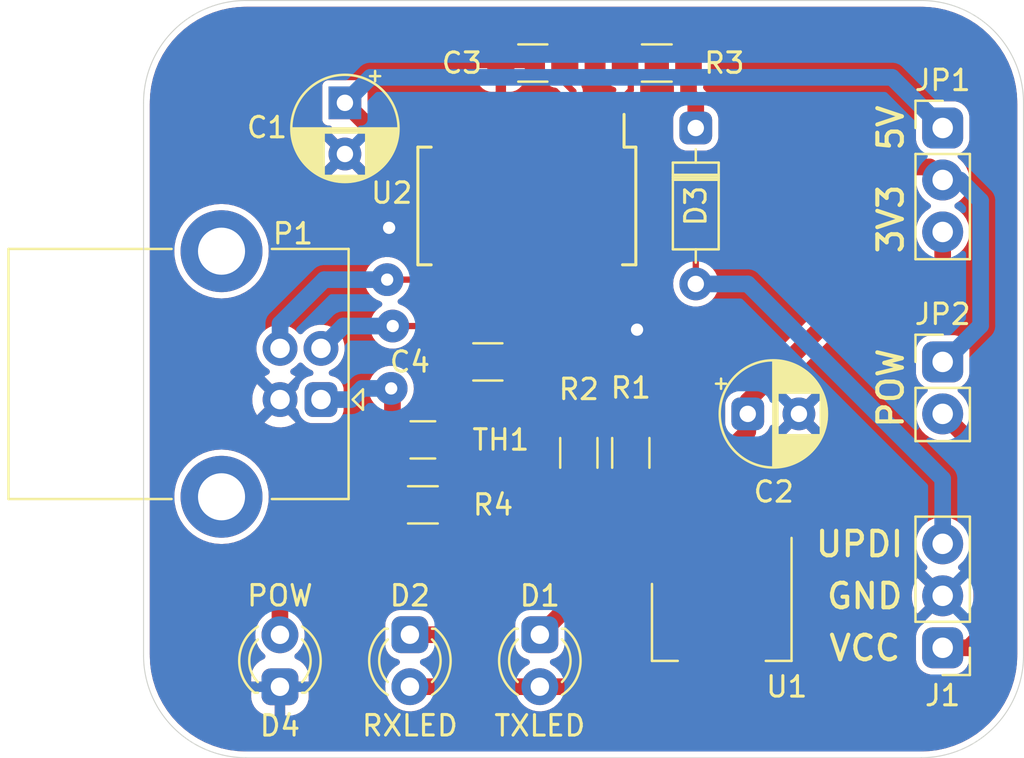
<source format=kicad_pcb>
(kicad_pcb (version 20211014) (generator pcbnew)
  (layers (0 "F.Cu" signal) (31 "B.Cu" signal) (34 "B.Paste" user) (35 "F.Paste" user) (36 "B.SilkS" user "B.Silkscreen") (37 "F.SilkS" user "F.Silkscreen") (38 "B.Mask" user) (39 "F.Mask" user) (44 "Edge.Cuts" user))
  (net 0 "")
  (net 1 "VUSB")
  (net 2 "GND")
  (net 3 "VIO")
  (net 4 "TX")
  (net 5 "D-")
  (net 6 "D+")
  (net 7 "+3V3")
  (net 8 "Net-(R1-Pad1)")
  (net 9 "Net-(D1-Pad1)")
  (net 10 "Net-(D2-Pad1)")
  (net 12 "Net-(R2-Pad1)")
  (net 13 "Net-(D3-Pad1)")
  (net 16 "RX")
  (net 28 "Net-(J1-Pad1)")
  (net 29 "Net-(P1-Pad1)")
  (net 30 "Net-(D4-Pad2)")
  (footprint "Fuse:Fuse_1206_3216Metric_Pad1.42x1.75mm_HandSolder" (layer "F.Cu") (at 120.65 77.47 180)
    (fp_text reference "TH1" (at -3.81 0) (layer "F.SilkS"))
    (fp_text value "500mA")
    (fp_line (start -0.602064 -0.91) (end 0.602064 -0.91) (layer "F.SilkS") (width 0.12))
    (fp_line (start -0.602064 0.91) (end 0.602064 0.91) (layer "F.SilkS") (width 0.12))
    (pad "1" smd roundrect (at -1.4875 0 180) (size 1.425 1.75) (layers "F.Cu" "F.Paste" "F.Mask") (roundrect_rratio 0.1754392982) (net 1 "VUSB"))
    (pad "2" smd roundrect (at 1.4875 0 180) (size 1.425 1.75) (layers "F.Cu" "F.Paste" "F.Mask") (roundrect_rratio 0.1754392982) (net 29 "Net-(P1-Pad1)"))
  )
  (footprint "Resistor_SMD:R_1206_3216Metric_Pad1.30x1.75mm_HandSolder" (layer "F.Cu") (at 132.08 59.055 180)
    (fp_text reference "R3" (at -3.302 0 180) (layer "F.SilkS"))
    (fp_text value "470")
    (fp_line (start -0.727064 0.91) (end 0.727064 0.91) (layer "F.SilkS") (width 0.12))
    (fp_line (start -0.727064 -0.91) (end 0.727064 -0.91) (layer "F.SilkS") (width 0.12))
    (pad "1" smd roundrect (at -1.55 0 180) (size 1.3 1.75) (layers "F.Cu" "F.Paste" "F.Mask") (roundrect_rratio 0.1923076923) (net 13 "Net-(D3-Pad1)"))
    (pad "2" smd roundrect (at 1.55 0 180) (size 1.3 1.75) (layers "F.Cu" "F.Paste" "F.Mask") (roundrect_rratio 0.1923076923) (net 4 "TX"))
  )
  (footprint "Resistor_SMD:R_1206_3216Metric_Pad1.30x1.75mm_HandSolder" (layer "F.Cu") (at 130.81 78.105 -90)
    (fp_text reference "R1" (at -3.175 0) (layer "F.SilkS"))
    (fp_text value "220")
    (fp_line (start -0.727064 0.91) (end 0.727064 0.91) (layer "F.SilkS") (width 0.12))
    (fp_line (start -0.727064 -0.91) (end 0.727064 -0.91) (layer "F.SilkS") (width 0.12))
    (pad "1" smd roundrect (at -1.55 0 270) (size 1.3 1.75) (layers "F.Cu" "F.Paste" "F.Mask") (roundrect_rratio 0.1923076923) (net 8 "Net-(R1-Pad1)"))
    (pad "2" smd roundrect (at 1.55 0 270) (size 1.3 1.75) (layers "F.Cu" "F.Paste" "F.Mask") (roundrect_rratio 0.1923076923) (net 9 "Net-(D1-Pad1)"))
  )
  (footprint "Capacitor_SMD:C_1206_3216Metric_Pad1.33x1.80mm_HandSolder" (layer "F.Cu") (at 126.0225 59.055 180)
    (fp_text reference "C3" (at 3.4675 0 180) (layer "F.SilkS"))
    (fp_text value "100n")
    (fp_line (start -0.711252 -0.91) (end 0.711252 -0.91) (layer "F.SilkS") (width 0.12))
    (fp_line (start -0.711252 0.91) (end 0.711252 0.91) (layer "F.SilkS") (width 0.12))
    (pad "1" smd roundrect (at -1.5625 0 180) (size 1.325 1.8) (layers "F.Cu" "F.Paste" "F.Mask") (roundrect_rratio 0.1886792453) (net 3 "VIO"))
    (pad "2" smd roundrect (at 1.5625 0 180) (size 1.325 1.8) (layers "F.Cu" "F.Paste" "F.Mask") (roundrect_rratio 0.1886792453) (net 2 "GND"))
  )
  (footprint "Connector_PinHeader_2.54mm:PinHeader_1x03_P2.54mm_Vertical" (layer "F.Cu") (at 146.05 62.23)
    (fp_text reference "JP1" (at 0 -2.33) (layer "F.SilkS"))
    (fp_text value "LVL")
    (fp_line (start -1.33 1.27) (end 1.33 1.27) (layer "F.SilkS") (width 0.12))
    (fp_line (start -1.33 1.27) (end -1.33 6.41) (layer "F.SilkS") (width 0.12))
    (fp_line (start -1.33 6.41) (end 1.33 6.41) (layer "F.SilkS") (width 0.12))
    (fp_line (start -1.33 0) (end -1.33 -1.33) (layer "F.SilkS") (width 0.12))
    (fp_line (start -1.33 -1.33) (end 0 -1.33) (layer "F.SilkS") (width 0.12))
    (fp_line (start 1.33 1.27) (end 1.33 6.41) (layer "F.SilkS") (width 0.12))
    (pad "1" thru_hole roundrect (at 0 0) (size 2 2) (drill 1) (layers *.Cu *.Mask) (net 1 "VUSB"))
    (pad "2" thru_hole circle (at 0 2.54) (size 2 2) (drill 1) (layers *.Cu *.Mask) (net 3 "VIO"))
    (pad "3" thru_hole circle (at 0 5.08) (size 2 2) (drill 1) (layers *.Cu *.Mask) (net 7 "+3V3"))
  )
  (footprint "Connector_USB:USB_B_Lumberg_2411_02_Horizontal" (layer "F.Cu") (at 115.6705 75.5 180)
    (fp_text reference "P1" (at 1.3705 8.108 180) (layer "F.SilkS"))
    (fp_text value "USB_B")
    (fp_line (start -1.35 -4.86) (end 2.4 -4.86) (layer "F.SilkS") (width 0.12))
    (fp_line (start -2.05 -0.5) (end -2.05 0.5) (layer "F.SilkS") (width 0.12))
    (fp_line (start 15.27 -4.86) (end 7.3 -4.86) (layer "F.SilkS") (width 0.12))
    (fp_line (start -1.55 0) (end -2.05 -0.5) (layer "F.SilkS") (width 0.12))
    (fp_line (start -1.35 7.36) (end -1.35 -4.86) (layer "F.SilkS") (width 0.12))
    (fp_line (start -1.35 7.36) (end 2.4 7.36) (layer "F.SilkS") (width 0.12))
    (fp_line (start -2.05 0.5) (end -1.55 0) (layer "F.SilkS") (width 0.12))
    (fp_line (start 15.27 7.36) (end 15.27 -4.86) (layer "F.SilkS") (width 0.12))
    (fp_line (start 15.27 7.36) (end 7.3 7.36) (layer "F.SilkS") (width 0.12))
    (pad "1" thru_hole roundrect (at 0 0 270) (size 1.7 1.6) (drill 0.95) (layers *.Cu *.Mask) (net 29 "Net-(P1-Pad1)"))
    (pad "2" thru_hole circle (at 0 2.5 270) (size 1.7 1.7) (drill 0.95) (layers *.Cu *.Mask) (net 5 "D-"))
    (pad "3" thru_hole circle (at 2 2.5 270) (size 1.7 1.7) (drill 0.95) (layers *.Cu *.Mask) (net 6 "D+"))
    (pad "4" thru_hole circle (at 2 0 270) (size 1.7 1.7) (drill 0.95) (layers *.Cu *.Mask) (net 2 "GND"))
    (pad "5" thru_hole circle (at 4.86 -4.75 270) (size 4 4) (drill 2.3) (layers *.Cu *.Mask))
    (pad "5" thru_hole circle (at 4.86 7.25 270) (size 4 4) (drill 2.3) (layers *.Cu *.Mask))
  )
  (footprint "Resistor_SMD:R_1206_3216Metric_Pad1.30x1.75mm_HandSolder" (layer "F.Cu") (at 120.65 80.645)
    (fp_text reference "R4" (at 3.429 0) (layer "F.SilkS"))
    (fp_text value "470")
    (fp_line (start -0.727064 -0.91) (end 0.727064 -0.91) (layer "F.SilkS") (width 0.12))
    (fp_line (start -0.727064 0.91) (end 0.727064 0.91) (layer "F.SilkS") (width 0.12))
    (pad "1" smd roundrect (at -1.55 0) (size 1.3 1.75) (layers "F.Cu" "F.Paste" "F.Mask") (roundrect_rratio 0.1923076923) (net 30 "Net-(D4-Pad2)"))
    (pad "2" smd roundrect (at 1.55 0) (size 1.3 1.75) (layers "F.Cu" "F.Paste" "F.Mask") (roundrect_rratio 0.1923076923) (net 1 "VUSB"))
  )
  (footprint "Capacitor_THT:CP_Radial_D5.0mm_P2.50mm" (layer "F.Cu") (at 116.84 61 -90)
    (fp_text reference "C1" (at 1.205112 3.81) (layer "F.SilkS"))
    (fp_text value "22u")
    (fp_line (start 3.451 -1.383) (end 3.451 -1.04) (layer "F.SilkS") (width 0.12))
    (fp_line (start 2.771 1.04) (end 2.771 2.095) (layer "F.SilkS") (width 0.12))
    (fp_line (start 3.171 -1.743) (end 3.171 -1.04) (layer "F.SilkS") (width 0.12))
    (fp_line (start 2.291 1.04) (end 2.291 2.365) (layer "F.SilkS") (width 0.12))
    (fp_line (start 1.65 1.04) (end 1.65 2.55) (layer "F.SilkS") (width 0.12))
    (fp_line (start 2.851 1.04) (end 2.851 2.035) (layer "F.SilkS") (width 0.12))
    (fp_line (start 2.371 -2.329) (end 2.371 -1.04) (layer "F.SilkS") (width 0.12))
    (fp_line (start 2.851 -2.035) (end 2.851 -1.04) (layer "F.SilkS") (width 0.12))
    (fp_line (start 3.051 1.04) (end 3.051 1.864) (layer "F.SilkS") (width 0.12))
    (fp_line (start 1.73 -2.536) (end 1.73 -1.04) (layer "F.SilkS") (width 0.12))
    (fp_line (start 3.491 1.04) (end 3.491 1.319) (layer "F.SilkS") (width 0.12))
    (fp_line (start 3.611 -1.098) (end 3.611 1.098) (layer "F.SilkS") (width 0.12))
    (fp_line (start 3.531 -1.251) (end 3.531 -1.04) (layer "F.SilkS") (width 0.12))
    (fp_line (start 3.411 -1.443) (end 3.411 -1.04) (layer "F.SilkS") (width 0.12))
    (fp_line (start 2.091 1.04) (end 2.091 2.442) (layer "F.SilkS") (width 0.12))
    (fp_line (start 2.171 -2.414) (end 2.171 -1.04) (layer "F.SilkS") (width 0.12))
    (fp_line (start 2.491 1.04) (end 2.491 2.268) (layer "F.SilkS") (width 0.12))
    (fp_line (start 2.451 1.04) (end 2.451 2.29) (layer "F.SilkS") (width 0.12))
    (fp_line (start 3.571 -1.178) (end 3.571 1.178) (layer "F.SilkS") (width 0.12))
    (fp_line (start 3.211 1.04) (end 3.211 1.699) (layer "F.SilkS") (width 0.12))
    (fp_line (start 3.291 -1.605) (end 3.291 -1.04) (layer "F.SilkS") (width 0.12))
    (fp_line (start 1.29 -2.58) (end 1.29 2.58) (layer "F.SilkS") (width 0.12))
    (fp_line (start 1.77 -2.528) (end 1.77 -1.04) (layer "F.SilkS") (width 0.12))
    (fp_line (start 2.571 -2.224) (end 2.571 -1.04) (layer "F.SilkS") (width 0.12))
    (fp_line (start 1.57 -2.561) (end 1.57 -1.04) (layer "F.SilkS") (width 0.12))
    (fp_line (start 2.891 1.04) (end 2.891 2.004) (layer "F.SilkS") (width 0.12))
    (fp_line (start 1.971 -2.48) (end 1.971 -1.04) (layer "F.SilkS") (width 0.12))
    (fp_line (start 3.411 1.04) (end 3.411 1.443) (layer "F.SilkS") (width 0.12))
    (fp_line (start 2.651 -2.175) (end 2.651 -1.04) (layer "F.SilkS") (width 0.12))
    (fp_line (start 2.251 -2.382) (end 2.251 -1.04) (layer "F.SilkS") (width 0.12))
    (fp_line (start 1.89 -2.501) (end 1.89 -1.04) (layer "F.SilkS") (width 0.12))
    (fp_line (start 2.091 -2.442) (end 2.091 -1.04) (layer "F.SilkS") (width 0.12))
    (fp_line (start 1.65 -2.55) (end 1.65 -1.04) (layer "F.SilkS") (width 0.12))
    (fp_line (start 3.531 1.04) (end 3.531 1.251) (layer "F.SilkS") (width 0.12))
    (fp_line (start 2.971 1.04) (end 2.971 1.937) (layer "F.SilkS") (width 0.12))
    (fp_line (start 1.81 1.04) (end 1.81 2.52) (layer "F.SilkS") (width 0.12))
    (fp_line (start 3.331 -1.554) (end 3.331 -1.04) (layer "F.SilkS") (width 0.12))
    (fp_line (start 2.891 -2.004) (end 2.891 -1.04) (layer "F.SilkS") (width 0.12))
    (fp_line (start 2.051 -2.455) (end 2.051 -1.04) (layer "F.SilkS") (width 0.12))
    (fp_line (start 3.171 1.04) (end 3.171 1.743) (layer "F.SilkS") (width 0.12))
    (fp_line (start 3.251 1.04) (end 3.251 1.653) (layer "F.SilkS") (width 0.12))
    (fp_line (start 2.371 1.04) (end 2.371 2.329) (layer "F.SilkS") (width 0.12))
    (fp_line (start 1.89 1.04) (end 1.89 2.501) (layer "F.SilkS") (width 0.12))
    (fp_line (start 3.211 -1.699) (end 3.211 -1.04) (layer "F.SilkS") (width 0.12))
    (fp_line (start 2.011 -2.468) (end 2.011 -1.04) (layer "F.SilkS") (width 0.12))
    (fp_line (start 1.41 -2.576) (end 1.41 2.576) (layer "F.SilkS") (width 0.12))
    (fp_line (start 2.731 1.04) (end 2.731 2.122) (layer "F.SilkS") (width 0.12))
    (fp_line (start 2.251 1.04) (end 2.251 2.382) (layer "F.SilkS") (width 0.12))
    (fp_line (start 2.411 -2.31) (end 2.411 -1.04) (layer "F.SilkS") (width 0.12))
    (fp_line (start -1.554775 -1.475) (end -1.054775 -1.475) (layer "F.SilkS") (width 0.12))
    (fp_line (start 1.49 -2.569) (end 1.49 -1.04) (layer "F.SilkS") (width 0.12))
    (fp_line (start 1.73 1.04) (end 1.73 2.536) (layer "F.SilkS") (width 0.12))
    (fp_line (start 3.651 -1.011) (end 3.651 1.011) (layer "F.SilkS") (width 0.12))
    (fp_line (start 1.53 1.04) (end 1.53 2.565) (layer "F.SilkS") (width 0.12))
    (fp_line (start 3.051 -1.864) (end 3.051 -1.04) (layer "F.SilkS") (width 0.12))
    (fp_line (start 3.251 -1.653) (end 3.251 -1.04) (layer "F.SilkS") (width 0.12))
    (fp_line (start 3.011 -1.901) (end 3.011 -1.04) (layer "F.SilkS") (width 0.12))
    (fp_line (start 2.531 1.04) (end 2.531 2.247) (layer "F.SilkS") (width 0.12))
    (fp_line (start 2.691 -2.149) (end 2.691 -1.04) (layer "F.SilkS") (width 0.12))
    (fp_line (start 1.61 -2.556) (end 1.61 -1.04) (layer "F.SilkS") (width 0.12))
    (fp_line (start 2.651 1.04) (end 2.651 2.175) (layer "F.SilkS") (width 0.12))
    (fp_line (start 3.011 1.04) (end 3.011 1.901) (layer "F.SilkS") (width 0.12))
    (fp_line (start 3.811 -0.518) (end 3.811 0.518) (layer "F.SilkS") (width 0.12))
    (fp_line (start 2.731 -2.122) (end 2.731 -1.04) (layer "F.SilkS") (width 0.12))
    (fp_line (start 1.93 -2.491) (end 1.93 -1.04) (layer "F.SilkS") (width 0.12))
    (fp_line (start 1.33 -2.579) (end 1.33 2.579) (layer "F.SilkS") (width 0.12))
    (fp_line (start 2.691 1.04) (end 2.691 2.149) (layer "F.SilkS") (width 0.12))
    (fp_line (start 2.331 1.04) (end 2.331 2.348) (layer "F.SilkS") (width 0.12))
    (fp_line (start 2.611 1.04) (end 2.611 2.2) (layer "F.SilkS") (width 0.12))
    (fp_line (start 1.971 1.04) (end 1.971 2.48) (layer "F.SilkS") (width 0.12))
    (fp_line (start 1.53 -2.565) (end 1.53 -1.04) (layer "F.SilkS") (width 0.12))
    (fp_line (start 2.211 -2.398) (end 2.211 -1.04) (layer "F.SilkS") (width 0.12))
    (fp_line (start 1.85 -2.511) (end 1.85 -1.04) (layer "F.SilkS") (width 0.12))
    (fp_line (start 2.211 1.04) (end 2.211 2.398) (layer "F.SilkS") (width 0.12))
    (fp_line (start 2.811 1.04) (end 2.811 2.065) (layer "F.SilkS") (width 0.12))
    (fp_line (start 2.411 1.04) (end 2.411 2.31) (layer "F.SilkS") (width 0.12))
    (fp_line (start 2.051 1.04) (end 2.051 2.455) (layer "F.SilkS") (width 0.12))
    (fp_line (start 2.491 -2.268) (end 2.491 -1.04) (layer "F.SilkS") (width 0.12))
    (fp_line (start 2.611 -2.2) (end 2.611 -1.04) (layer "F.SilkS") (width 0.12))
    (fp_line (start 2.931 1.04) (end 2.931 1.971) (layer "F.SilkS") (width 0.12))
    (fp_line (start 1.69 1.04) (end 1.69 2.543) (layer "F.SilkS") (width 0.12))
    (fp_line (start 2.011 1.04) (end 2.011 2.468) (layer "F.SilkS") (width 0.12))
    (fp_line (start 1.37 -2.578) (end 1.37 2.578) (layer "F.SilkS") (width 0.12))
    (fp_line (start 1.57 1.04) (end 1.57 2.561) (layer "F.SilkS") (width 0.12))
    (fp_line (start 2.291 -2.365) (end 2.291 -1.04) (layer "F.SilkS") (width 0.12))
    (fp_line (start 3.291 1.04) (end 3.291 1.605) (layer "F.SilkS") (width 0.12))
    (fp_line (start 2.131 1.04) (end 2.131 2.428) (layer "F.SilkS") (width 0.12))
    (fp_line (start 1.61 1.04) (end 1.61 2.556) (layer "F.SilkS") (width 0.12))
    (fp_line (start 3.131 1.04) (end 3.131 1.785) (layer "F.SilkS") (width 0.12))
    (fp_line (start 3.091 1.04) (end 3.091 1.826) (layer "F.SilkS") (width 0.12))
    (fp_line (start 3.331 1.04) (end 3.331 1.554) (layer "F.SilkS") (width 0.12))
    (fp_line (start 2.171 1.04) (end 2.171 2.414) (layer "F.SilkS") (width 0.12))
    (fp_line (start 2.331 -2.348) (end 2.331 -1.04) (layer "F.SilkS") (width 0.12))
    (fp_line (start 3.371 1.04) (end 3.371 1.5) (layer "F.SilkS") (width 0.12))
    (fp_line (start 2.571 1.04) (end 2.571 2.224) (layer "F.SilkS") (width 0.12))
    (fp_line (start -1.304775 -1.725) (end -1.304775 -1.225) (layer "F.SilkS") (width 0.12))
    (fp_line (start 3.491 -1.319) (end 3.491 -1.04) (layer "F.SilkS") (width 0.12))
    (fp_line (start 2.131 -2.428) (end 2.131 -1.04) (layer "F.SilkS") (width 0.12))
    (fp_line (start 1.45 -2.573) (end 1.45 2.573) (layer "F.SilkS") (width 0.12))
    (fp_line (start 1.49 1.04) (end 1.49 2.569) (layer "F.SilkS") (width 0.12))
    (fp_line (start 3.091 -1.826) (end 3.091 -1.04) (layer "F.SilkS") (width 0.12))
    (fp_line (start 2.971 -1.937) (end 2.971 -1.04) (layer "F.SilkS") (width 0.12))
    (fp_line (start 2.771 -2.095) (end 2.771 -1.04) (layer "F.SilkS") (width 0.12))
    (fp_line (start 2.931 -1.971) (end 2.931 -1.04) (layer "F.SilkS") (width 0.12))
    (fp_line (start 1.69 -2.543) (end 1.69 -1.04) (layer "F.SilkS") (width 0.12))
    (fp_line (start 2.531 -2.247) (end 2.531 -1.04) (layer "F.SilkS") (width 0.12))
    (fp_line (start 1.93 1.04) (end 1.93 2.491) (layer "F.SilkS") (width 0.12))
    (fp_line (start 3.371 -1.5) (end 3.371 -1.04) (layer "F.SilkS") (width 0.12))
    (fp_line (start 3.131 -1.785) (end 3.131 -1.04) (layer "F.SilkS") (width 0.12))
    (fp_line (start 3.691 -0.915) (end 3.691 0.915) (layer "F.SilkS") (width 0.12))
    (fp_line (start 2.451 -2.29) (end 2.451 -1.04) (layer "F.SilkS") (width 0.12))
    (fp_line (start 1.25 -2.58) (end 1.25 2.58) (layer "F.SilkS") (width 0.12))
    (fp_line (start 3.771 -0.677) (end 3.771 0.677) (layer "F.SilkS") (width 0.12))
    (fp_line (start 1.77 1.04) (end 1.77 2.528) (layer "F.SilkS") (width 0.12))
    (fp_line (start 3.451 1.04) (end 3.451 1.383) (layer "F.SilkS") (width 0.12))
    (fp_line (start 3.851 -0.284) (end 3.851 0.284) (layer "F.SilkS") (width 0.12))
    (fp_line (start 2.811 -2.065) (end 2.811 -1.04) (layer "F.SilkS") (width 0.12))
    (fp_line (start 3.731 -0.805) (end 3.731 0.805) (layer "F.SilkS") (width 0.12))
    (fp_line (start 1.85 1.04) (end 1.85 2.511) (layer "F.SilkS") (width 0.12))
    (fp_line (start 1.81 -2.52) (end 1.81 -1.04) (layer "F.SilkS") (width 0.12))
    (fp_circle (center 1.25 0) (end 3.87 0) (layer "F.SilkS") (width 0.12) (fill none))
    (pad "1" thru_hole rect (at 0 0 270) (size 1.6 1.6) (drill 0.8) (layers *.Cu *.Mask) (net 1 "VUSB"))
    (pad "2" thru_hole circle (at 2.5 0 270) (size 1.6 1.6) (drill 0.8) (layers *.Cu *.Mask) (net 2 "GND"))
  )
  (footprint "Connector_PinHeader_2.54mm:PinHeader_1x02_P2.54mm_Vertical" (layer "F.Cu") (at 146.05 73.66)
    (fp_text reference "JP2" (at 0 -2.33) (layer "F.SilkS"))
    (fp_text value "POW" (at -2.54 1.275 270) (layer "F.SilkS") (effects (font (size 1.2 1.2) (thickness 0.2))))
    (fp_line (start -1.33 3.87) (end 1.33 3.87) (layer "F.SilkS") (width 0.12))
    (fp_line (start -1.33 0) (end -1.33 -1.33) (layer "F.SilkS") (width 0.12))
    (fp_line (start -1.33 1.27) (end 1.33 1.27) (layer "F.SilkS") (width 0.12))
    (fp_line (start -1.33 1.27) (end -1.33 3.87) (layer "F.SilkS") (width 0.12))
    (fp_line (start -1.33 -1.33) (end 0 -1.33) (layer "F.SilkS") (width 0.12))
    (fp_line (start 1.33 1.27) (end 1.33 3.87) (layer "F.SilkS") (width 0.12))
    (pad "1" thru_hole roundrect (at 0 0) (size 2 2) (drill 1) (layers *.Cu *.Mask) (net 3 "VIO"))
    (pad "2" thru_hole circle (at 0 2.54) (size 2 2) (drill 1) (layers *.Cu *.Mask) (net 28 "Net-(J1-Pad1)"))
  )
  (footprint "Package_TO_SOT_SMD:SOT-223-3_TabPin2" (layer "F.Cu") (at 135.255 86.36 -90)
    (fp_text reference "U1" (at 3.175 -3.175 180) (layer "F.SilkS"))
    (fp_text value "LM1117-3.3")
    (fp_line (start -1.85 3.41) (end 1.91 3.41) (layer "F.SilkS") (width 0.12))
    (fp_line (start 1.91 3.41) (end 1.91 2.15) (layer "F.SilkS") (width 0.12))
    (fp_line (start 1.91 -3.41) (end 1.91 -2.15) (layer "F.SilkS") (width 0.12))
    (fp_line (start -4.1 -3.41) (end 1.91 -3.41) (layer "F.SilkS") (width 0.12))
    (pad "1" smd rect (at -3.15 -2.3 270) (size 2 1.5) (layers "F.Cu" "F.Paste" "F.Mask") (net 2 "GND"))
    (pad "2" smd rect (at 3.15 0 270) (size 2 3.8) (layers "F.Cu" "F.Paste" "F.Mask") (net 7 "+3V3"))
    (pad "2" smd rect (at -3.15 0 270) (size 2 1.5) (layers "F.Cu" "F.Paste" "F.Mask") (net 7 "+3V3"))
    (pad "3" smd rect (at -3.15 2.3 270) (size 2 1.5) (layers "F.Cu" "F.Paste" "F.Mask") (net 1 "VUSB"))
  )
  (footprint "Capacitor_THT:CP_Radial_D5.0mm_P2.50mm" (layer "F.Cu") (at 136.525 76.2)
    (fp_text reference "C2" (at 1.27 3.81) (layer "F.SilkS"))
    (fp_text value "22u")
    (fp_line (start 1.73 1.04) (end 1.73 2.536) (layer "F.SilkS") (width 0.12))
    (fp_line (start 1.45 -2.573) (end 1.45 2.573) (layer "F.SilkS") (width 0.12))
    (fp_line (start 2.451 -2.29) (end 2.451 -1.04) (layer "F.SilkS") (width 0.12))
    (fp_line (start 2.411 -2.31) (end 2.411 -1.04) (layer "F.SilkS") (width 0.12))
    (fp_line (start 2.891 1.04) (end 2.891 2.004) (layer "F.SilkS") (width 0.12))
    (fp_line (start 2.771 -2.095) (end 2.771 -1.04) (layer "F.SilkS") (width 0.12))
    (fp_line (start 2.611 -2.2) (end 2.611 -1.04) (layer "F.SilkS") (width 0.12))
    (fp_line (start 3.011 -1.901) (end 3.011 -1.04) (layer "F.SilkS") (width 0.12))
    (fp_line (start 2.891 -2.004) (end 2.891 -1.04) (layer "F.SilkS") (width 0.12))
    (fp_line (start 2.331 1.04) (end 2.331 2.348) (layer "F.SilkS") (width 0.12))
    (fp_line (start 2.811 -2.065) (end 2.811 -1.04) (layer "F.SilkS") (width 0.12))
    (fp_line (start 2.931 1.04) (end 2.931 1.971) (layer "F.SilkS") (width 0.12))
    (fp_line (start 2.131 1.04) (end 2.131 2.428) (layer "F.SilkS") (width 0.12))
    (fp_line (start 3.211 1.04) (end 3.211 1.699) (layer "F.SilkS") (width 0.12))
    (fp_line (start 1.93 1.04) (end 1.93 2.491) (layer "F.SilkS") (width 0.12))
    (fp_line (start 2.171 1.04) (end 2.171 2.414) (layer "F.SilkS") (width 0.12))
    (fp_line (start 2.691 1.04) (end 2.691 2.149) (layer "F.SilkS") (width 0.12))
    (fp_line (start 1.33 -2.579) (end 1.33 2.579) (layer "F.SilkS") (width 0.12))
    (fp_line (start 3.171 1.04) (end 3.171 1.743) (layer "F.SilkS") (width 0.12))
    (fp_line (start 2.531 1.04) (end 2.531 2.247) (layer "F.SilkS") (width 0.12))
    (fp_line (start 1.57 -2.561) (end 1.57 -1.04) (layer "F.SilkS") (width 0.12))
    (fp_line (start 2.451 1.04) (end 2.451 2.29) (layer "F.SilkS") (width 0.12))
    (fp_line (start 1.89 -2.501) (end 1.89 -1.04) (layer "F.SilkS") (width 0.12))
    (fp_line (start 3.491 -1.319) (end 3.491 -1.04) (layer "F.SilkS") (width 0.12))
    (fp_line (start 2.651 -2.175) (end 2.651 -1.04) (layer "F.SilkS") (width 0.12))
    (fp_line (start 2.851 -2.035) (end 2.851 -1.04) (layer "F.SilkS") (width 0.12))
    (fp_line (start 2.131 -2.428) (end 2.131 -1.04) (layer "F.SilkS") (width 0.12))
    (fp_line (start 1.81 -2.52) (end 1.81 -1.04) (layer "F.SilkS") (width 0.12))
    (fp_line (start 1.61 -2.556) (end 1.61 -1.04) (layer "F.SilkS") (width 0.12))
    (fp_line (start 3.211 -1.699) (end 3.211 -1.04) (layer "F.SilkS") (width 0.12))
    (fp_line (start 3.371 -1.5) (end 3.371 -1.04) (layer "F.SilkS") (width 0.12))
    (fp_line (start 3.691 -0.915) (end 3.691 0.915) (layer "F.SilkS") (width 0.12))
    (fp_line (start 1.81 1.04) (end 1.81 2.52) (layer "F.SilkS") (width 0.12))
    (fp_line (start 2.091 1.04) (end 2.091 2.442) (layer "F.SilkS") (width 0.12))
    (fp_line (start 2.731 -2.122) (end 2.731 -1.04) (layer "F.SilkS") (width 0.12))
    (fp_line (start 1.49 1.04) (end 1.49 2.569) (layer "F.SilkS") (width 0.12))
    (fp_line (start 2.371 -2.329) (end 2.371 -1.04) (layer "F.SilkS") (width 0.12))
    (fp_line (start 2.091 -2.442) (end 2.091 -1.04) (layer "F.SilkS") (width 0.12))
    (fp_line (start 3.331 -1.554) (end 3.331 -1.04) (layer "F.SilkS") (width 0.12))
    (fp_line (start 1.49 -2.569) (end 1.49 -1.04) (layer "F.SilkS") (width 0.12))
    (fp_line (start 3.531 1.04) (end 3.531 1.251) (layer "F.SilkS") (width 0.12))
    (fp_line (start 1.73 -2.536) (end 1.73 -1.04) (layer "F.SilkS") (width 0.12))
    (fp_line (start 1.89 1.04) (end 1.89 2.501) (layer "F.SilkS") (width 0.12))
    (fp_line (start 2.971 -1.937) (end 2.971 -1.04) (layer "F.SilkS") (width 0.12))
    (fp_line (start 3.091 1.04) (end 3.091 1.826) (layer "F.SilkS") (width 0.12))
    (fp_line (start 2.171 -2.414) (end 2.171 -1.04) (layer "F.SilkS") (width 0.12))
    (fp_line (start 2.251 1.04) (end 2.251 2.382) (layer "F.SilkS") (width 0.12))
    (fp_line (start 3.491 1.04) (end 3.491 1.319) (layer "F.SilkS") (width 0.12))
    (fp_line (start 1.25 -2.58) (end 1.25 2.58) (layer "F.SilkS") (width 0.12))
    (fp_line (start 1.69 1.04) (end 1.69 2.543) (layer "F.SilkS") (width 0.12))
    (fp_line (start 2.331 -2.348) (end 2.331 -1.04) (layer "F.SilkS") (width 0.12))
    (fp_line (start 1.65 1.04) (end 1.65 2.55) (layer "F.SilkS") (width 0.12))
    (fp_line (start 1.85 1.04) (end 1.85 2.511) (layer "F.SilkS") (width 0.12))
    (fp_line (start 3.171 -1.743) (end 3.171 -1.04) (layer "F.SilkS") (width 0.12))
    (fp_line (start 3.451 -1.383) (end 3.451 -1.04) (layer "F.SilkS") (width 0.12))
    (fp_line (start 1.971 -2.48) (end 1.971 -1.04) (layer "F.SilkS") (width 0.12))
    (fp_line (start 2.651 1.04) (end 2.651 2.175) (layer "F.SilkS") (width 0.12))
    (fp_line (start 2.011 1.04) (end 2.011 2.468) (layer "F.SilkS") (width 0.12))
    (fp_line (start 2.371 1.04) (end 2.371 2.329) (layer "F.SilkS") (width 0.12))
    (fp_line (start 3.731 -0.805) (end 3.731 0.805) (layer "F.SilkS") (width 0.12))
    (fp_line (start 3.771 -0.677) (end 3.771 0.677) (layer "F.SilkS") (width 0.12))
    (fp_line (start 3.011 1.04) (end 3.011 1.901) (layer "F.SilkS") (width 0.12))
    (fp_line (start 3.411 1.04) (end 3.411 1.443) (layer "F.SilkS") (width 0.12))
    (fp_line (start 2.811 1.04) (end 2.811 2.065) (layer "F.SilkS") (width 0.12))
    (fp_line (start -1.304775 -1.725) (end -1.304775 -1.225) (layer "F.SilkS") (width 0.12))
    (fp_line (start 3.851 -0.284) (end 3.851 0.284) (layer "F.SilkS") (width 0.12))
    (fp_line (start 1.37 -2.578) (end 1.37 2.578) (layer "F.SilkS") (width 0.12))
    (fp_line (start 2.531 -2.247) (end 2.531 -1.04) (layer "F.SilkS") (width 0.12))
    (fp_line (start 1.65 -2.55) (end 1.65 -1.04) (layer "F.SilkS") (width 0.12))
    (fp_line (start 2.611 1.04) (end 2.611 2.2) (layer "F.SilkS") (width 0.12))
    (fp_line (start 1.29 -2.58) (end 1.29 2.58) (layer "F.SilkS") (width 0.12))
    (fp_line (start 2.731 1.04) (end 2.731 2.122) (layer "F.SilkS") (width 0.12))
    (fp_line (start 3.651 -1.011) (end 3.651 1.011) (layer "F.SilkS") (width 0.12))
    (fp_line (start 3.811 -0.518) (end 3.811 0.518) (layer "F.SilkS") (width 0.12))
    (fp_line (start 2.571 -2.224) (end 2.571 -1.04) (layer "F.SilkS") (width 0.12))
    (fp_line (start 3.291 1.04) (end 3.291 1.605) (layer "F.SilkS") (width 0.12))
    (fp_line (start 1.93 -2.491) (end 1.93 -1.04) (layer "F.SilkS") (width 0.12))
    (fp_line (start 3.251 1.04) (end 3.251 1.653) (layer "F.SilkS") (width 0.12))
    (fp_line (start 1.61 1.04) (end 1.61 2.556) (layer "F.SilkS") (width 0.12))
    (fp_line (start 2.411 1.04) (end 2.411 2.31) (layer "F.SilkS") (width 0.12))
    (fp_line (start 1.85 -2.511) (end 1.85 -1.04) (layer "F.SilkS") (width 0.12))
    (fp_line (start 3.251 -1.653) (end 3.251 -1.04) (layer "F.SilkS") (width 0.12))
    (fp_line (start 2.491 -2.268) (end 2.491 -1.04) (layer "F.SilkS") (width 0.12))
    (fp_line (start 1.53 1.04) (end 1.53 2.565) (layer "F.SilkS") (width 0.12))
    (fp_line (start 2.851 1.04) (end 2.851 2.035) (layer "F.SilkS") (width 0.12))
    (fp_line (start 1.77 1.04) (end 1.77 2.528) (layer "F.SilkS") (width 0.12))
    (fp_line (start 3.571 -1.178) (end 3.571 1.178) (layer "F.SilkS") (width 0.12))
    (fp_line (start 2.771 1.04) (end 2.771 2.095) (layer "F.SilkS") (width 0.12))
    (fp_line (start 2.211 1.04) (end 2.211 2.398) (layer "F.SilkS") (width 0.12))
    (fp_line (start 3.451 1.04) (end 3.451 1.383) (layer "F.SilkS") (width 0.12))
    (fp_line (start 1.53 -2.565) (end 1.53 -1.04) (layer "F.SilkS") (width 0.12))
    (fp_line (start 3.331 1.04) (end 3.331 1.554) (layer "F.SilkS") (width 0.12))
    (fp_line (start 1.57 1.04) (end 1.57 2.561) (layer "F.SilkS") (width 0.12))
    (fp_line (start 3.131 1.04) (end 3.131 1.785) (layer "F.SilkS") (width 0.12))
    (fp_line (start 2.291 1.04) (end 2.291 2.365) (layer "F.SilkS") (width 0.12))
    (fp_line (start 3.051 -1.864) (end 3.051 -1.04) (layer "F.SilkS") (width 0.12))
    (fp_line (start -1.554775 -1.475) (end -1.054775 -1.475) (layer "F.SilkS") (width 0.12))
    (fp_line (start 2.971 1.04) (end 2.971 1.937) (layer "F.SilkS") (width 0.12))
    (fp_line (start 3.091 -1.826) (end 3.091 -1.04) (layer "F.SilkS") (width 0.12))
    (fp_line (start 1.69 -2.543) (end 1.69 -1.04) (layer "F.SilkS") (width 0.12))
    (fp_line (start 2.011 -2.468) (end 2.011 -1.04) (layer "F.SilkS") (width 0.12))
    (fp_line (start 1.971 1.04) (end 1.971 2.48) (layer "F.SilkS") (width 0.12))
    (fp_line (start 3.131 -1.785) (end 3.131 -1.04) (layer "F.SilkS") (width 0.12))
    (fp_line (start 2.491 1.04) (end 2.491 2.268) (layer "F.SilkS") (width 0.12))
    (fp_line (start 3.371 1.04) (end 3.371 1.5) (layer "F.SilkS") (width 0.12))
    (fp_line (start 3.611 -1.098) (end 3.611 1.098) (layer "F.SilkS") (width 0.12))
    (fp_line (start 3.411 -1.443) (end 3.411 -1.04) (layer "F.SilkS") (width 0.12))
    (fp_line (start 3.291 -1.605) (end 3.291 -1.04) (layer "F.SilkS") (width 0.12))
    (fp_line (start 3.051 1.04) (end 3.051 1.864) (layer "F.SilkS") (width 0.12))
    (fp_line (start 2.691 -2.149) (end 2.691 -1.04) (layer "F.SilkS") (width 0.12))
    (fp_line (start 2.051 1.04) (end 2.051 2.455) (layer "F.SilkS") (width 0.12))
    (fp_line (start 2.931 -1.971) (end 2.931 -1.04) (layer "F.SilkS") (width 0.12))
    (fp_line (start 2.251 -2.382) (end 2.251 -1.04) (layer "F.SilkS") (width 0.12))
    (fp_line (start 2.571 1.04) (end 2.571 2.224) (layer "F.SilkS") (width 0.12))
    (fp_line (start 2.211 -2.398) (end 2.211 -1.04) (layer "F.SilkS") (width 0.12))
    (fp_line (start 1.41 -2.576) (end 1.41 2.576) (layer "F.SilkS") (width 0.12))
    (fp_line (start 3.531 -1.251) (end 3.531 -1.04) (layer "F.SilkS") (width 0.12))
    (fp_line (start 2.291 -2.365) (end 2.291 -1.04) (layer "F.SilkS") (width 0.12))
    (fp_line (start 1.77 -2.528) (end 1.77 -1.04) (layer "F.SilkS") (width 0.12))
    (fp_line (start 2.051 -2.455) (end 2.051 -1.04) (layer "F.SilkS") (width 0.12))
    (fp_circle (center 1.25 0) (end 3.87 0) (layer "F.SilkS") (width 0.12) (fill none))
    (pad "1" thru_hole roundrect (at 0 0) (size 1.6 1.6) (drill 0.8) (layers *.Cu *.Mask) (net 7 "+3V3"))
    (pad "2" thru_hole circle (at 2.5 0) (size 1.6 1.6) (drill 0.8) (layers *.Cu *.Mask) (net 2 "GND"))
  )
  (footprint "LED_THT:LED_D3.0mm_Clear" (layer "F.Cu") (at 113.665 89.535 90)
    (fp_text reference "D4" (at -1.905 0) (layer "F.SilkS"))
    (fp_text value "POW" (at 4.45 0) (layer "F.SilkS"))
    (fp_line (start -0.29 -1.236) (end -0.29 -1.08) (layer "F.SilkS") (width 0.12))
    (fp_line (start -0.29 1.08) (end -0.29 1.236) (layer "F.SilkS") (width 0.12))
    (fp_arc (start 2.942335 1.078608) (mid 1.366487 1.987659) (end -0.29 1.235516) (layer "F.SilkS") (width 0.12))
    (fp_arc (start 2.31113 1.079837) (mid 1.270117 1.5) (end 0.229039 1.08) (layer "F.SilkS") (width 0.12))
    (fp_arc (start 0.229039 -1.08) (mid 1.270117 -1.5) (end 2.31113 -1.079837) (layer "F.SilkS") (width 0.12))
    (fp_arc (start -0.29 -1.235516) (mid 1.366487 -1.987659) (end 2.942335 -1.078608) (layer "F.SilkS") (width 0.12))
    (pad "1" thru_hole roundrect (at 0 0 90) (size 1.8 1.8) (drill 0.9) (layers *.Cu *.Mask) (net 2 "GND"))
    (pad "2" thru_hole circle (at 2.54 0 90) (size 1.8 1.8) (drill 0.9) (layers *.Cu *.Mask) (net 30 "Net-(D4-Pad2)"))
  )
  (footprint "Resistor_SMD:R_1206_3216Metric_Pad1.30x1.75mm_HandSolder" (layer "F.Cu") (at 128.27 78.105 -90)
    (fp_text reference "R2" (at -3.105 0) (layer "F.SilkS"))
    (fp_text value "220")
    (fp_line (start -0.727064 -0.91) (end 0.727064 -0.91) (layer "F.SilkS") (width 0.12))
    (fp_line (start -0.727064 0.91) (end 0.727064 0.91) (layer "F.SilkS") (width 0.12))
    (pad "1" smd roundrect (at -1.55 0 270) (size 1.3 1.75) (layers "F.Cu" "F.Paste" "F.Mask") (roundrect_rratio 0.1923076923) (net 12 "Net-(R2-Pad1)"))
    (pad "2" smd roundrect (at 1.55 0 270) (size 1.3 1.75) (layers "F.Cu" "F.Paste" "F.Mask") (roundrect_rratio 0.1923076923) (net 10 "Net-(D2-Pad1)"))
  )
  (footprint "LED_THT:LED_D3.0mm_Clear" (layer "F.Cu") (at 120.015 86.99 -90)
    (fp_text reference "D2" (at -1.905 0 180) (layer "F.SilkS"))
    (fp_text value "RXLED" (at 4.445 0 180) (layer "F.SilkS"))
    (fp_line (start -0.29 -1.236) (end -0.29 -1.08) (layer "F.SilkS") (width 0.12))
    (fp_line (start -0.29 1.08) (end -0.29 1.236) (layer "F.SilkS") (width 0.12))
    (fp_arc (start -0.29 -1.235516) (mid 1.366487 -1.987659) (end 2.942335 -1.078608) (layer "F.SilkS") (width 0.12))
    (fp_arc (start 0.229039 -1.08) (mid 1.270117 -1.5) (end 2.31113 -1.079837) (layer "F.SilkS") (width 0.12))
    (fp_arc (start 2.942335 1.078608) (mid 1.366487 1.987659) (end -0.29 1.235516) (layer "F.SilkS") (width 0.12))
    (fp_arc (start 2.31113 1.079837) (mid 1.270117 1.5) (end 0.229039 1.08) (layer "F.SilkS") (width 0.12))
    (pad "1" thru_hole roundrect (at 0 0 270) (size 1.8 1.8) (drill 0.9) (layers *.Cu *.Mask) (net 10 "Net-(D2-Pad1)"))
    (pad "2" thru_hole circle (at 2.54 0 270) (size 1.8 1.8) (drill 0.9) (layers *.Cu *.Mask) (net 7 "+3V3"))
  )
  (footprint "Diode_THT:D_DO-35_SOD27_P7.62mm_Horizontal" (layer "F.Cu") (at 133.985 62.23 -90)
    (fp_text reference "D3" (at 3.81 0 90) (layer "F.SilkS"))
    (fp_text value "BAT42" hide)
    (fp_line (start 1.69 1.12) (end 5.93 1.12) (layer "F.SilkS") (width 0.12))
    (fp_line (start 6.58 0) (end 5.93 0) (layer "F.SilkS") (width 0.12))
    (fp_line (start 1.04 0) (end 1.69 0) (layer "F.SilkS") (width 0.12))
    (fp_line (start 5.93 1.12) (end 5.93 -1.12) (layer "F.SilkS") (width 0.12))
    (fp_line (start 1.69 -1.12) (end 1.69 1.12) (layer "F.SilkS") (width 0.12))
    (fp_line (start 2.29 -1.12) (end 2.29 1.12) (layer "F.SilkS") (width 0.12))
    (fp_line (start 2.53 -1.12) (end 2.53 1.12) (layer "F.SilkS") (width 0.12))
    (fp_line (start 2.41 -1.12) (end 2.41 1.12) (layer "F.SilkS") (width 0.12))
    (fp_line (start 5.93 -1.12) (end 1.69 -1.12) (layer "F.SilkS") (width 0.12))
    (pad "1" thru_hole roundrect (at 0 0 270) (size 1.6 1.6) (drill 0.8) (layers *.Cu *.Mask) (net 13 "Net-(D3-Pad1)"))
    (pad "2" thru_hole circle (at 7.62 0 270) (size 1.6 1.6) (drill 0.8) (layers *.Cu *.Mask) (net 16 "RX"))
  )
  (footprint "LED_THT:LED_D3.0mm_Clear" (layer "F.Cu") (at 126.365 86.99 -90)
    (fp_text reference "D1" (at -1.9 0 180) (layer "F.SilkS"))
    (fp_text value "TXLED" (at 4.45 0 180) (layer "F.SilkS"))
    (fp_line (start -0.29 -1.236) (end -0.29 -1.08) (layer "F.SilkS") (width 0.12))
    (fp_line (start -0.29 1.08) (end -0.29 1.236) (layer "F.SilkS") (width 0.12))
    (fp_arc (start 2.31113 1.079837) (mid 1.270117 1.5) (end 0.229039 1.08) (layer "F.SilkS") (width 0.12))
    (fp_arc (start 0.229039 -1.08) (mid 1.270117 -1.5) (end 2.31113 -1.079837) (layer "F.SilkS") (width 0.12))
    (fp_arc (start 2.942335 1.078608) (mid 1.366487 1.987659) (end -0.29 1.235516) (layer "F.SilkS") (width 0.12))
    (fp_arc (start -0.29 -1.235516) (mid 1.366487 -1.987659) (end 2.942335 -1.078608) (layer "F.SilkS") (width 0.12))
    (pad "1" thru_hole roundrect (at 0 0 270) (size 1.8 1.8) (drill 0.9) (layers *.Cu *.Mask) (net 9 "Net-(D1-Pad1)"))
    (pad "2" thru_hole circle (at 2.54 0 270) (size 1.8 1.8) (drill 0.9) (layers *.Cu *.Mask) (net 7 "+3V3"))
  )
  (footprint "Capacitor_SMD:C_1206_3216Metric_Pad1.33x1.80mm_HandSolder" (layer "F.Cu") (at 123.825 73.66)
    (fp_text reference "C4" (at -3.81 0 180) (layer "F.SilkS"))
    (fp_text value "100n")
    (fp_line (start -0.711252 0.91) (end 0.711252 0.91) (layer "F.SilkS") (width 0.12))
    (fp_line (start -0.711252 -0.91) (end 0.711252 -0.91) (layer "F.SilkS") (width 0.12))
    (pad "1" smd roundrect (at -1.5625 0) (size 1.325 1.8) (layers "F.Cu" "F.Paste" "F.Mask") (roundrect_rratio 0.1886792453) (net 1 "VUSB"))
    (pad "2" smd roundrect (at 1.5625 0) (size 1.325 1.8) (layers "F.Cu" "F.Paste" "F.Mask") (roundrect_rratio 0.1886792453) (net 2 "GND"))
  )
  (footprint "Connector_PinHeader_2.54mm:PinHeader_1x03_P2.54mm_Vertical" (layer "F.Cu") (at 146.05 87.63 180)
    (fp_text reference "J1" (at 0 -2.33) (layer "F.SilkS"))
    (fp_text value "UPDI")
    (fp_line (start -1.33 -1.33) (end 0 -1.33) (layer "F.SilkS") (width 0.12))
    (fp_line (start 1.33 1.27) (end 1.33 6.41) (layer "F.SilkS") (width 0.12))
    (fp_line (start -1.33 0) (end -1.33 -1.33) (layer "F.SilkS") (width 0.12))
    (fp_line (start -1.33 1.27) (end -1.33 6.41) (layer "F.SilkS") (width 0.12))
    (fp_line (start -1.33 6.41) (end 1.33 6.41) (layer "F.SilkS") (width 0.12))
    (fp_line (start -1.33 1.27) (end 1.33 1.27) (layer "F.SilkS") (width 0.12))
    (pad "1" thru_hole roundrect (at 0 0 180) (size 2 2) (drill 1) (layers *.Cu *.Mask) (net 28 "Net-(J1-Pad1)"))
    (pad "2" thru_hole circle (at 0 2.54 180) (size 2 2) (drill 1) (layers *.Cu *.Mask) (net 2 "GND"))
    (pad "3" thru_hole circle (at 0 5.08 180) (size 2 2) (drill 1) (layers *.Cu *.Mask) (net 16 "RX"))
  )
  (footprint "Package_SO:SSOP-28_5.3x10.2mm_P0.65mm" (layer "F.Cu") (at 125.73 66.04 -90)
    (fp_text reference "U2" (at -0.635 6.604 180) (layer "F.SilkS"))
    (fp_text value "FT232RL")
    (fp_line (start 2.875 5.325) (end 2.875 4.675) (layer "F.SilkS") (width 0.15))
    (fp_line (start 2.875 -5.325) (end 2.875 -4.675) (layer "F.SilkS") (width 0.15))
    (fp_line (start -2.875 5.325) (end 2.875 5.325) (layer "F.SilkS") (width 0.15))
    (fp_line (start -2.875 -4.75) (end -4.475 -4.75) (layer "F.SilkS") (width 0.15))
    (fp_line (start -2.875 -5.325) (end 2.875 -5.325) (layer "F.SilkS") (width 0.15))
    (fp_line (start -2.875 -5.325) (end -2.875 -4.75) (layer "F.SilkS") (width 0.15))
    (fp_line (start -2.875 5.325) (end -2.875 4.675) (layer "F.SilkS") (width 0.15))
    (pad "1" smd rect (at -3.6 -4.225 270) (size 1.75 0.337) (layers "F.Cu" "F.Paste" "F.Mask") (net 4 "TX"))
    (pad "2" smd rect (at -3.6 -3.575 270) (size 1.75 0.337) (layers "F.Cu" "F.Paste" "F.Mask"))
    (pad "3" smd rect (at -3.6 -2.925 270) (size 1.75 0.337) (layers "F.Cu" "F.Paste" "F.Mask"))
    (pad "4" smd rect (at -3.6 -2.275 270) (size 1.75 0.337) (layers "F.Cu" "F.Paste" "F.Mask") (net 3 "VIO"))
    (pad "5" smd rect (at -3.6 -1.625 270) (size 1.75 0.337) (layers "F.Cu" "F.Paste" "F.Mask") (net 16 "RX"))
    (pad "6" smd rect (at -3.6 -0.975 270) (size 1.75 0.337) (layers "F.Cu" "F.Paste" "F.Mask"))
    (pad "7" smd rect (at -3.6 -0.325 270) (size 1.75 0.337) (layers "F.Cu" "F.Paste" "F.Mask") (net 2 "GND"))
    (pad "8" smd rect (at -3.6 0.325 270) (size 1.75 0.337) (layers "F.Cu" "F.Paste" "F.Mask"))
    (pad "9" smd rect (at -3.6 0.975 270) (size 1.75 0.337) (layers "F.Cu" "F.Paste" "F.Mask"))
    (pad "10" smd rect (at -3.6 1.625 270) (size 1.75 0.337) (layers "F.Cu" "F.Paste" "F.Mask"))
    (pad "11" smd rect (at -3.6 2.275 270) (size 1.75 0.337) (layers "F.Cu" "F.Paste" "F.Mask"))
    (pad "12" smd rect (at -3.6 2.925 270) (size 1.75 0.337) (layers "F.Cu" "F.Paste" "F.Mask"))
    (pad "13" smd rect (at -3.6 3.575 270) (size 1.75 0.337) (layers "F.Cu" "F.Paste" "F.Mask"))
    (pad "14" smd rect (at -3.6 4.225 270) (size 1.75 0.337) (layers "F.Cu" "F.Paste" "F.Mask"))
    (pad "15" smd rect (at 3.6 4.225 270) (size 1.75 0.337) (layers "F.Cu" "F.Paste" "F.Mask") (net 6 "D+"))
    (pad "16" smd rect (at 3.6 3.575 270) (size 1.75 0.337) (layers "F.Cu" "F.Paste" "F.Mask") (net 5 "D-"))
    (pad "17" smd rect (at 3.6 2.925 270) (size 1.75 0.337) (layers "F.Cu" "F.Paste" "F.Mask"))
    (pad "18" smd rect (at 3.6 2.275 270) (size 1.75 0.337) (layers "F.Cu" "F.Paste" "F.Mask") (net 2 "GND"))
    (pad "19" smd rect (at 3.6 1.625 270) (size 1.75 0.337) (layers "F.Cu" "F.Paste" "F.Mask"))
    (pad "20" smd rect (at 3.6 0.975 270) (size 1.75 0.337) (layers "F.Cu" "F.Paste" "F.Mask") (net 1 "VUSB"))
    (pad "21" smd rect (at 3.6 0.325 270) (size 1.75 0.337) (layers "F.Cu" "F.Paste" "F.Mask") (net 2 "GND"))
    (pad "22" smd rect (at 3.6 -0.325 270) (size 1.75 0.337) (layers "F.Cu" "F.Paste" "F.Mask") (net 12 "Net-(R2-Pad1)"))
    (pad "23" smd rect (at 3.6 -0.975 270) (size 1.75 0.337) (layers "F.Cu" "F.Paste" "F.Mask") (net 8 "Net-(R1-Pad1)"))
    (pad "24" smd rect (at 3.6 -1.625 270) (size 1.75 0.337) (layers "F.Cu" "F.Paste" "F.Mask"))
    (pad "25" smd rect (at 3.6 -2.275 270) (size 1.75 0.337) (layers "F.Cu" "F.Paste" "F.Mask") (net 2 "GND"))
    (pad "26" smd rect (at 3.6 -2.925 270) (size 1.75 0.337) (layers "F.Cu" "F.Paste" "F.Mask") (net 2 "GND"))
    (pad "27" smd rect (at 3.6 -3.575 270) (size 1.75 0.337) (layers "F.Cu" "F.Paste" "F.Mask"))
    (pad "28" smd rect (at 3.6 -4.225 270) (size 1.75 0.337) (layers "F.Cu" "F.Paste" "F.Mask"))
  )
  (gr_line (start 150 61) (end 150 88) (layer "Edge.Cuts") (width 0.05))
  (gr_arc (start 150 88) (mid 148.535534 91.535534) (end 145 93) (layer "Edge.Cuts") (width 0.05))
  (gr_line (start 107 88) (end 107 61) (layer "Edge.Cuts") (width 0.05))
  (gr_line (start 112 93) (end 145 93) (layer "Edge.Cuts") (width 0.05))
  (gr_arc (start 112 93) (mid 108.464466 91.535534) (end 107 88) (layer "Edge.Cuts") (width 0.05))
  (gr_arc (start 145 56) (mid 148.535534 57.464466) (end 150 61) (layer "Edge.Cuts") (width 0.05))
  (gr_arc (start 107 61) (mid 108.464466 57.464466) (end 112 56) (layer "Edge.Cuts") (width 0.05))
  (gr_line (start 112 56) (end 145 56) (layer "Edge.Cuts") (width 0.05))
  (gr_text "GND" (at 142.24 85.105) (layer "F.SilkS") (effects (font (size 1.2 1.2) (thickness 0.2))))
  (gr_text "5V" (at 143.51 62.23 90) (layer "F.SilkS") (effects (font (size 1.2 1.2) (thickness 0.2))))
  (gr_text "UPDI" (at 141.986 82.565) (layer "F.SilkS") (effects (font (size 1.2 1.2) (thickness 0.2))))
  (gr_text "VCC" (at 142.24 87.645) (layer "F.SilkS") (effects (font (size 1.2 1.2) (thickness 0.2))))
  (gr_text "3V3" (at 143.51 66.675 90) (layer "F.SilkS") (effects (font (size 1.2 1.2) (thickness 0.2))))
  (segment (start 124.755 67.5542) (end 124.5108 67.31) (width 0.3048) (layer "F.Cu") (net 1))
  (segment (start 122.1375 77.47) (end 122.1375 73.4171) (width 0.8128) (layer "F.Cu") (net 1))
  (segment (start 122.2391 77.3684) (end 122.1375 77.47) (width 0.8128) (layer "F.Cu") (net 1))
  (segment (start 118.134887 62.294887) (end 118.745 62.294887) (width 0.8128) (layer "F.Cu") (net 1))
  (segment (start 125.476 78.105) (end 132.08 78.105) (width 0.8128) (layer "F.Cu") (net 1))
  (segment (start 116.84 61) (end 118.134887 62.294887) (width 0.8128) (layer "F.Cu") (net 1))
  (segment (start 124.755 70.7996) (end 124.079 71.4756) (width 0.3048) (layer "F.Cu") (net 1))
  (segment (start 124.755 69.64) (end 124.755 70.7996) (width 0.3048) (layer "F.Cu") (net 1))
  (segment (start 122.1375 77.47) (end 122.1375 80.5825) (width 0.8128) (layer "F.Cu") (net 1))
  (segment (start 132.08 78.105) (end 132.955 78.98) (width 0.8128) (layer "F.Cu") (net 1))
  (segment (start 123.760113 67.31) (end 124.5108 67.31) (width 0.8128) (layer "F.Cu") (net 1))
  (segment (start 124.7394 77.3684) (end 125.476 78.105) (width 0.8128) (layer "F.Cu") (net 1))
  (segment (start 122.1375 73.4171) (end 124.079 71.4756) (width 0.8128) (layer "F.Cu") (net 1))
  (segment (start 124.755 69.64) (end 124.755 67.5542) (width 0.3048) (layer "F.Cu") (net 1))
  (segment (start 132.955 78.98) (end 132.955 83.21) (width 0.8128) (layer "F.Cu") (net 1))
  (segment (start 124.7394 77.3684) (end 122.2391 77.3684) (width 0.8128) (layer "F.Cu") (net 1))
  (segment (start 118.745 62.294887) (end 123.760113 67.31) (width 0.8128) (layer "F.Cu") (net 1))
  (segment (start 122.1375 80.5825) (end 122.2 80.645) (width 0.8128) (layer "F.Cu") (net 1))
  (segment (start 118.085112 59.754888) (end 116.84 61) (width 0.8128) (layer "B.Cu") (net 1))
  (segment (start 143.574888 59.754888) (end 118.085112 59.754888) (width 0.8128) (layer "B.Cu") (net 1))
  (segment (start 146.05 62.23) (end 143.574888 59.754888) (width 0.8128) (layer "B.Cu") (net 1))
  (segment (start 123.455 69.64) (end 123.455 68.333078) (width 0.3048) (layer "F.Cu") (net 2))
  (segment (start 128.655 70.946922) (end 129.793278 72.0852) (width 0.3048) (layer "F.Cu") (net 2))
  (segment (start 128.005 69.64) (end 128.005 70.855) (width 0.3048) (layer "F.Cu") (net 2))
  (segment (start 128.005 70.855) (end 128.096922 70.946922) (width 0.3048) (layer "F.Cu") (net 2))
  (segment (start 123.455 68.333078) (end 122.228722 67.1068) (width 0.3048) (layer "F.Cu") (net 2))
  (segment (start 128.096922 70.946922) (end 128.655 70.946922) (width 0.3048) (layer "F.Cu") (net 2))
  (segment (start 129.793278 72.0852) (end 131.1148 72.0852) (width 0.3048) (layer "F.Cu") (net 2))
  (segment (start 128.655 69.64) (end 128.655 70.946922) (width 0.3048) (layer "F.Cu") (net 2))
  (segment (start 122.228722 67.1068) (end 118.999 67.1068) (width 0.3048) (layer "F.Cu") (net 2))
  (via (at 118.999 67.1068) (size 1.6) (drill 0.6) (layers "F.Cu" "B.Cu") (net 2))
  (via (at 131.1148 72.0852) (size 1.6) (drill 0.6) (layers "F.Cu" "B.Cu") (net 2))
  (segment (start 128.8796 64.516) (end 128.7526 64.516) (width 0.3048) (layer "F.Cu") (net 3))
  (segment (start 146.05 64.77) (end 145.415 64.135) (width 0.8128) (layer "F.Cu") (net 3))
  (segment (start 145.415 64.135) (end 141.605 64.135) (width 0.8128) (layer "F.Cu") (net 3))
  (segment (start 128.7526 64.516) (end 128.005 63.7684) (width 0.3048) (layer "F.Cu") (net 3))
  (segment (start 141.234998 64.505002) (end 128.905 64.505002) (width 0.8128) (layer "F.Cu") (net 3))
  (segment (start 128.005 60.441) (end 127.595 60.031) (width 0.3048) (layer "F.Cu") (net 3))
  (segment (start 128.005 63.7684) (end 128.005 62.44) (width 0.3048) (layer "F.Cu") (net 3))
  (segment (start 128.005 62.44) (end 128.005 60.441) (width 0.3048) (layer "F.Cu") (net 3))
  (segment (start 127.595 60.031) (end 127.595 59.055) (width 0.3048) (layer "F.Cu") (net 3))
  (segment (start 141.605 64.135) (end 141.234998 64.505002) (width 0.8128) (layer "F.Cu") (net 3))
  (segment (start 146.1262 73.66) (end 146.05 73.66) (width 0.8128) (layer "B.Cu") (net 3))
  (segment (start 147.9042 65.786) (end 147.9042 71.882) (width 0.8128) (layer "B.Cu") (net 3))
  (segment (start 146.8882 64.77) (end 147.9042 65.786) (width 0.8128) (layer "B.Cu") (net 3))
  (segment (start 146.05 64.77) (end 146.8882 64.77) (width 0.8128) (layer "B.Cu") (net 3))
  (segment (start 147.9042 71.882) (end 146.1262 73.66) (width 0.8128) (layer "B.Cu") (net 3))
  (segment (start 129.955 61.2308) (end 130.81 60.3758) (width 0.3048) (layer "F.Cu") (net 4))
  (segment (start 129.955 62.44) (end 129.955 61.2308) (width 0.3048) (layer "F.Cu") (net 4))
  (segment (start 130.81 60.3758) (end 130.81 59.055) (width 0.3048) (layer "F.Cu") (net 4))
  (segment (start 122.155 69.64) (end 122.155 70.837322) (width 0.3048) (layer "F.Cu") (net 5))
  (segment (start 121.084922 71.9074) (end 119.1768 71.9074) (width 0.3048) (layer "F.Cu") (net 5))
  (segment (start 122.155 70.837322) (end 121.084922 71.9074) (width 0.3048) (layer "F.Cu") (net 5))
  (via (at 119.1768 71.9074) (size 1.6) (drill 0.6) (layers "F.Cu" "B.Cu") (net 5))
  (segment (start 116.7631 71.9074) (end 115.6705 73) (width 0.8128) (layer "B.Cu") (net 5))
  (segment (start 119.1768 71.9074) (end 116.7631 71.9074) (width 0.8128) (layer "B.Cu") (net 5))
  (segment (start 121.504989 69.639993) (end 118.904207 69.639993) (width 0.3048) (layer "F.Cu") (net 6))
  (via (at 118.904207 69.639993) (size 1.6) (drill 0.6) (layers "F.Cu" "B.Cu") (net 6))
  (segment (start 115.828426 69.639993) (end 113.6705 71.797919) (width 0.8128) (layer "B.Cu") (net 6))
  (segment (start 118.904207 69.639993) (end 115.828426 69.639993) (width 0.8128) (layer "B.Cu") (net 6))
  (segment (start 113.6705 71.797919) (end 113.6705 73) (width 0.8128) (layer "B.Cu") (net 6))
  (segment (start 136.525 77.0636) (end 136.525 76.2) (width 0.8128) (layer "F.Cu") (net 7))
  (segment (start 135.255 78.3336) (end 136.525 77.0636) (width 0.8128) (layer "F.Cu") (net 7))
  (segment (start 136.525 75.565) (end 136.525 76.2) (width 0.8128) (layer "F.Cu") (net 7))
  (segment (start 135.255 83.21) (end 135.255 78.3336) (width 0.8128) (layer "F.Cu") (net 7))
  (segment (start 135.255 83.21) (end 135.255 89.51) (width 0.8128) (layer "F.Cu") (net 7))
  (segment (start 120.015 89.53) (end 126.365 89.53) (width 0.8128) (layer "F.Cu") (net 7))
  (segment (start 146.05 67.31) (end 146.05 68.95) (width 0.8128) (layer "F.Cu") (net 7))
  (segment (start 144 71) (end 141.09 71) (width 0.8128) (layer "F.Cu") (net 7))
  (segment (start 146.05 68.95) (end 144 71) (width 0.8128) (layer "F.Cu") (net 7))
  (segment (start 126.365 89.53) (end 135.235 89.53) (width 0.8128) (layer "F.Cu") (net 7))
  (segment (start 135.235 89.53) (end 135.255 89.51) (width 0.8128) (layer "F.Cu") (net 7))
  (segment (start 141.09 71) (end 136.525 75.565) (width 0.8128) (layer "F.Cu") (net 7))
  (segment (start 126.705 69.64) (end 126.705 70.989986) (width 0.3048) (layer "F.Cu") (net 8))
  (segment (start 130.81 75.094986) (end 130.81 76.555) (width 0.3048) (layer "F.Cu") (net 8))
  (segment (start 126.705 70.989986) (end 130.81 75.094986) (width 0.3048) (layer "F.Cu") (net 8))
  (segment (start 130.81 79.655) (end 130.81 82.545) (width 0.8128) (layer "F.Cu") (net 9))
  (segment (start 130.81 82.545) (end 126.365 86.99) (width 0.8128) (layer "F.Cu") (net 9))
  (segment (start 128.27 81.915) (end 128.27 79.655) (width 0.8128) (layer "F.Cu") (net 10))
  (segment (start 123.195 86.99) (end 128.27 81.915) (width 0.8128) (layer "F.Cu") (net 10))
  (segment (start 120.015 86.99) (end 123.195 86.99) (width 0.8128) (layer "F.Cu") (net 10))
  (segment (start 126.055 69.64) (end 126.055 71.445) (width 0.3048) (layer "F.Cu") (net 12))
  (segment (start 128.27 73.66) (end 128.27 76.555) (width 0.3048) (layer "F.Cu") (net 12))
  (segment (start 126.055 71.445) (end 128.27 73.66) (width 0.3048) (layer "F.Cu") (net 12))
  (segment (start 133.63 59.055) (end 133.63 60.605) (width 0.8128) (layer "F.Cu") (net 13))
  (segment (start 133.63 60.605) (end 133.985 60.96) (width 0.8128) (layer "F.Cu") (net 13))
  (segment (start 133.985 60.96) (end 133.985 62.23) (width 0.8128) (layer "F.Cu") (net 13))
  (segment (start 127.355 62.44) (end 127.355 64.8202) (width 0.3048) (layer "F.Cu") (net 16))
  (segment (start 128.2446 65.7098) (end 131.191 65.7098) (width 0.3048) (layer "F.Cu") (net 16))
  (segment (start 131.191 65.7098) (end 133.985 68.5038) (width 0.3048) (layer "F.Cu") (net 16))
  (segment (start 127.355 64.8202) (end 128.2446 65.7098) (width 0.3048) (layer "F.Cu") (net 16))
  (segment (start 133.985 68.5038) (end 133.985 69.85) (width 0.3048) (layer "F.Cu") (net 16))
  (segment (start 133.985 69.85) (end 136.525 69.85) (width 0.8128) (layer "B.Cu") (net 16))
  (segment (start 136.525 69.85) (end 146.05 79.375) (width 0.8128) (layer "B.Cu") (net 16))
  (segment (start 146.05 79.375) (end 146.05 82.55) (width 0.8128) (layer "B.Cu") (net 16))
  (segment (start 147.955 86.995) (end 147.32 87.63) (width 0.8128) (layer "F.Cu") (net 28))
  (segment (start 146.05 76.2) (end 147.955 78.105) (width 0.8128) (layer "F.Cu") (net 28))
  (segment (start 147.32 87.63) (end 146.05 87.63) (width 0.8128) (layer "F.Cu") (net 28))
  (segment (start 147.955 78.105) (end 147.955 86.995) (width 0.8128) (layer "F.Cu") (net 28))
  (segment (start 119.1625 77.47) (end 119.1625 75.0173) (width 0.8128) (layer "F.Cu") (net 29))
  (segment (start 119.1625 75.0173) (end 119.1006 74.9554) (width 0.8128) (layer "F.Cu") (net 29))
  (via (at 119.1006 74.9554) (size 1.6) (drill 0.6) (layers "F.Cu" "B.Cu") (net 29))
  (segment (start 117.6782 74.9554) (end 119.1006 74.9554) (width 0.8128) (layer "B.Cu") (net 29))
  (segment (start 115.6705 75.5) (end 117.1336 75.5) (width 0.8128) (layer "B.Cu") (net 29))
  (segment (start 117.1336 75.5) (end 117.6782 74.9554) (width 0.8128) (layer "B.Cu") (net 29))
  (segment (start 119.1 80.645) (end 118.4625 80.645) (width 0.8128) (layer "F.Cu") (net 30))
  (segment (start 118.4625 80.645) (end 113.665 85.4425) (width 0.8128) (layer "F.Cu") (net 30))
  (segment (start 113.665 85.4425) (end 113.665 86.995) (width 0.8128) (layer "F.Cu") (net 30))
  (zone (net 2) (net_name "GND") (layers F&B.Cu) (connect_pads (clearance 0.3048)) (min_thickness 0.3048) (fill yes (thermal_gap 0.508) (thermal_bridge_width 0.508) (island_removal_mode 1) (island_area_min 0))
    (polygon (pts (xy 149 57) (xy 150 60) (xy 150 89) (xy 149 92) (xy 146 93) (xy 111 93) (xy 108 92) (xy 107 89) (xy 107 60) (xy 108 57) (xy 112 56) (xy 146 56)))
  )
)
</source>
